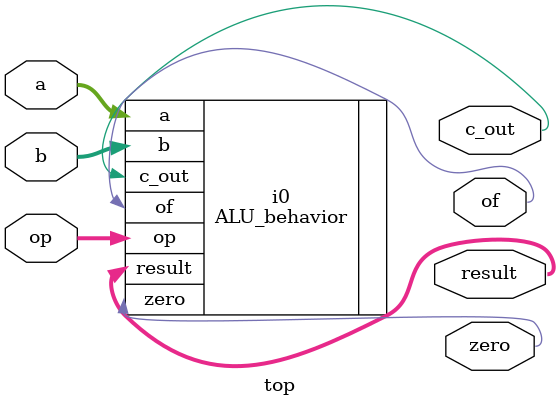
<source format=v>
module top (
    input [3:0] a,
    input [3:0] b,
    input [2:0] op,

    output [3:0] result,
    output zero,
    output c_out,
    output of
);
    
    // ALU i0 (
    //     .a(a),
    //     .b(b),
    //     .op(op),
    //     .result(result),
    //     .zero(zero),
    //     .c_out(c_out),
    //     .of(of)
    // );

    ALU_behavior i0 (
        .a(a),
        .b(b),
        .op(op),
        .result(result),
        .zero(zero),
        .c_out(c_out),
        .of(of)
    );


endmodule


</source>
